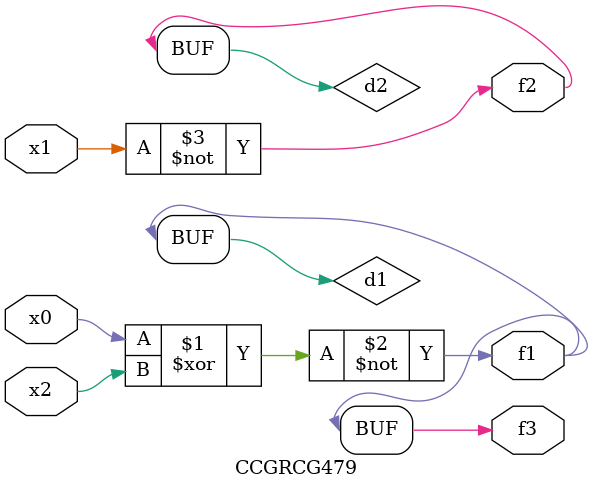
<source format=v>
module CCGRCG479(
	input x0, x1, x2,
	output f1, f2, f3
);

	wire d1, d2, d3;

	xnor (d1, x0, x2);
	nand (d2, x1);
	nor (d3, x1, x2);
	assign f1 = d1;
	assign f2 = d2;
	assign f3 = d1;
endmodule

</source>
